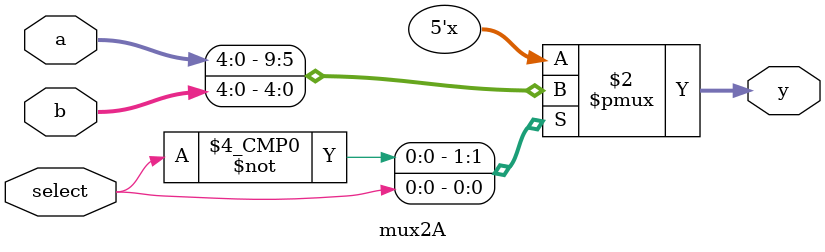
<source format=v>
module mux2(select,a,b,y);
input select;
input[31:0] a,b;
output reg [31:0] y;
always@(select,a,b) begin

case(select)
	1'b0:y=a;
	1'b1:y=b;
endcase
end
endmodule

module mux2A(select,a,b,y);
input select;
input[4:0] a,b;
output reg [4:0] y;
always@(select,a,b) begin
 
case(select)
	1'b0:y=a;
	1'b1:y=b;
	endcase
end
endmodule
</source>
